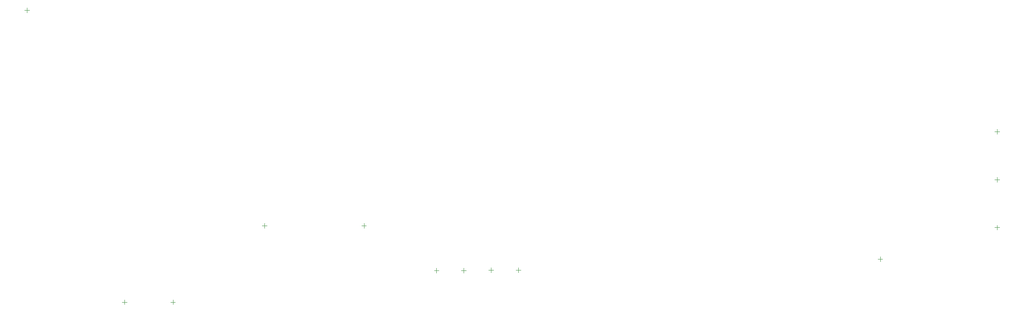
<source format=gbr>
%TF.GenerationSoftware,Altium Limited,Altium Designer,24.3.1 (35)*%
G04 Layer_Color=32768*
%FSLAX43Y43*%
%MOMM*%
%TF.SameCoordinates,76E1361F-AA3B-45A8-A24B-41510BF92E79*%
%TF.FilePolarity,Positive*%
%TF.FileFunction,Other,Top_Component_Center*%
%TF.Part,Single*%
G01*
G75*
%TA.AperFunction,NonConductor*%
%ADD133C,0.100*%
%ADD143C,0.050*%
D133*
X55375Y22900D02*
X56375D01*
X55875Y22400D02*
Y23400D01*
X102350Y13625D02*
X103350D01*
X102850Y13125D02*
Y14125D01*
X108050Y13650D02*
X109050D01*
X108550Y13150D02*
Y14150D01*
X91036Y13600D02*
X92036D01*
X91536Y13100D02*
Y14100D01*
X96686Y13600D02*
X97686D01*
X97186Y13100D02*
Y14100D01*
X76475Y22375D02*
Y23375D01*
X75975Y22875D02*
X76975D01*
X183075Y15925D02*
X184075D01*
X183575Y15425D02*
Y16425D01*
D143*
X36350Y7000D02*
X37350D01*
X36850Y6500D02*
Y7500D01*
X207850Y41950D02*
Y42950D01*
X207350Y42450D02*
X208350D01*
X26800Y6500D02*
Y7500D01*
X26300Y7000D02*
X27300D01*
X6075Y67700D02*
X7075D01*
X6575Y67200D02*
Y68200D01*
X207350Y22500D02*
X208350D01*
X207850Y22000D02*
Y23000D01*
X207350Y32475D02*
X208350D01*
X207850Y31975D02*
Y32975D01*
%TF.MD5,944630a400b2fb9686d9ee62055b4760*%
M02*

</source>
